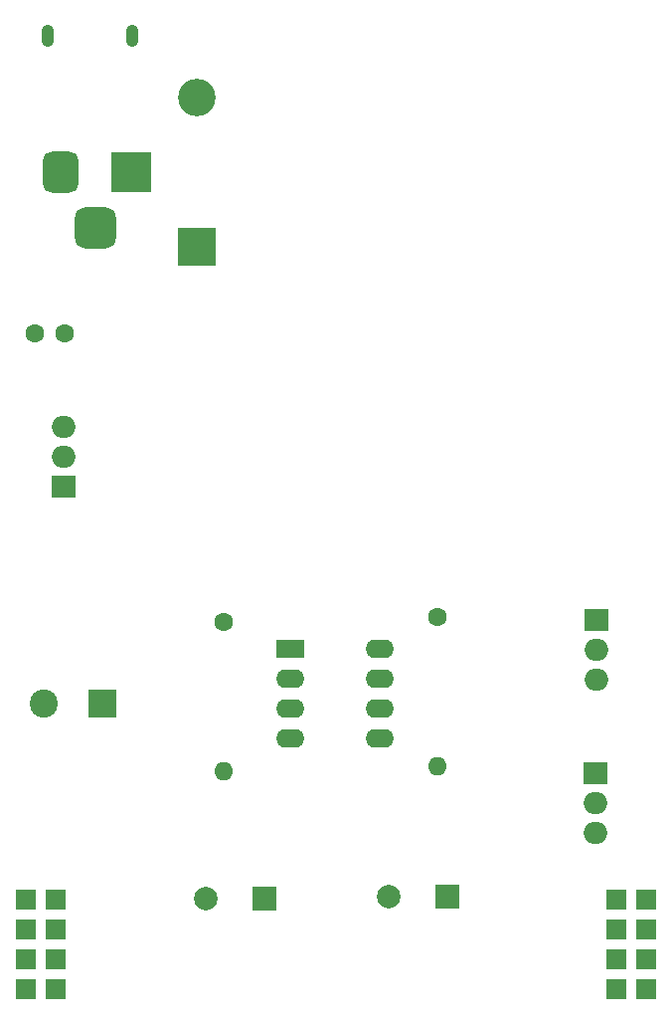
<source format=gbr>
%TF.GenerationSoftware,KiCad,Pcbnew,(6.0.8)*%
%TF.CreationDate,2022-10-21T20:47:53+05:30*%
%TF.ProjectId,Dual Rail Supply For Breadboard,4475616c-2052-4616-996c-20537570706c,rev?*%
%TF.SameCoordinates,Original*%
%TF.FileFunction,Soldermask,Bot*%
%TF.FilePolarity,Negative*%
%FSLAX46Y46*%
G04 Gerber Fmt 4.6, Leading zero omitted, Abs format (unit mm)*
G04 Created by KiCad (PCBNEW (6.0.8)) date 2022-10-21 20:47:53*
%MOMM*%
%LPD*%
G01*
G04 APERTURE LIST*
G04 Aperture macros list*
%AMRoundRect*
0 Rectangle with rounded corners*
0 $1 Rounding radius*
0 $2 $3 $4 $5 $6 $7 $8 $9 X,Y pos of 4 corners*
0 Add a 4 corners polygon primitive as box body*
4,1,4,$2,$3,$4,$5,$6,$7,$8,$9,$2,$3,0*
0 Add four circle primitives for the rounded corners*
1,1,$1+$1,$2,$3*
1,1,$1+$1,$4,$5*
1,1,$1+$1,$6,$7*
1,1,$1+$1,$8,$9*
0 Add four rect primitives between the rounded corners*
20,1,$1+$1,$2,$3,$4,$5,0*
20,1,$1+$1,$4,$5,$6,$7,0*
20,1,$1+$1,$6,$7,$8,$9,0*
20,1,$1+$1,$8,$9,$2,$3,0*%
G04 Aperture macros list end*
%ADD10R,1.700000X1.700000*%
%ADD11O,1.050000X1.900000*%
%ADD12C,1.600000*%
%ADD13R,2.000000X2.000000*%
%ADD14C,2.000000*%
%ADD15R,3.200000X3.200000*%
%ADD16O,3.200000X3.200000*%
%ADD17R,2.000000X1.905000*%
%ADD18O,2.000000X1.905000*%
%ADD19R,2.400000X2.400000*%
%ADD20C,2.400000*%
%ADD21R,2.400000X1.600000*%
%ADD22O,2.400000X1.600000*%
%ADD23O,1.600000X1.600000*%
%ADD24R,3.500000X3.500000*%
%ADD25RoundRect,0.750000X-0.750000X-1.000000X0.750000X-1.000000X0.750000X1.000000X-0.750000X1.000000X0*%
%ADD26RoundRect,0.875000X-0.875000X-0.875000X0.875000X-0.875000X0.875000X0.875000X-0.875000X0.875000X0*%
G04 APERTURE END LIST*
D10*
%TO.C,J5*%
X139458000Y-123291600D03*
X141998000Y-123291600D03*
%TD*%
D11*
%TO.C,J10*%
X141325000Y-47200000D03*
X148475000Y-47200000D03*
%TD*%
D10*
%TO.C,J8*%
X189738000Y-128371600D03*
X192278000Y-128371600D03*
%TD*%
%TO.C,J6*%
X189738000Y-125831600D03*
X192278000Y-125831600D03*
%TD*%
D12*
%TO.C,C1*%
X140250000Y-72500000D03*
X142750000Y-72500000D03*
%TD*%
D13*
%TO.C,C3*%
X175367677Y-120500000D03*
D14*
X170367677Y-120500000D03*
%TD*%
D15*
%TO.C,D1*%
X154000000Y-65150000D03*
D16*
X154000000Y-52450000D03*
%TD*%
D17*
%TO.C,Q2*%
X188055000Y-96960000D03*
D18*
X188055000Y-99500000D03*
X188055000Y-102040000D03*
%TD*%
D19*
%TO.C,C2*%
X146000000Y-104000000D03*
D20*
X141000000Y-104000000D03*
%TD*%
D10*
%TO.C,J2*%
X189738000Y-120751600D03*
X192278000Y-120751600D03*
%TD*%
%TO.C,J9*%
X139458000Y-128371600D03*
X141998000Y-128371600D03*
%TD*%
D21*
%TO.C,U3*%
X161966600Y-99416000D03*
D22*
X161966600Y-101956000D03*
X161966600Y-104496000D03*
X161966600Y-107036000D03*
X169586600Y-107036000D03*
X169586600Y-104496000D03*
X169586600Y-101956000D03*
X169586600Y-99416000D03*
%TD*%
D10*
%TO.C,J4*%
X189738000Y-123291600D03*
X192278000Y-123291600D03*
%TD*%
%TO.C,J3*%
X139458000Y-120751600D03*
X141998000Y-120751600D03*
%TD*%
D17*
%TO.C,Q3*%
X188000000Y-110000000D03*
D18*
X188000000Y-112540000D03*
X188000000Y-115080000D03*
%TD*%
D13*
%TO.C,C4*%
X159767677Y-120600000D03*
D14*
X154767677Y-120600000D03*
%TD*%
D12*
%TO.C,R2*%
X156262800Y-97056400D03*
D23*
X156262800Y-109756400D03*
%TD*%
D17*
%TO.C,Q1*%
X142646400Y-85598000D03*
D18*
X142646400Y-83058000D03*
X142646400Y-80518000D03*
%TD*%
D12*
%TO.C,R1*%
X174500000Y-96650000D03*
D23*
X174500000Y-109350000D03*
%TD*%
D10*
%TO.C,J7*%
X139458000Y-125831600D03*
X141998000Y-125831600D03*
%TD*%
D24*
%TO.C,J1*%
X148400000Y-58842500D03*
D25*
X142400000Y-58842500D03*
D26*
X145400000Y-63542500D03*
%TD*%
M02*

</source>
